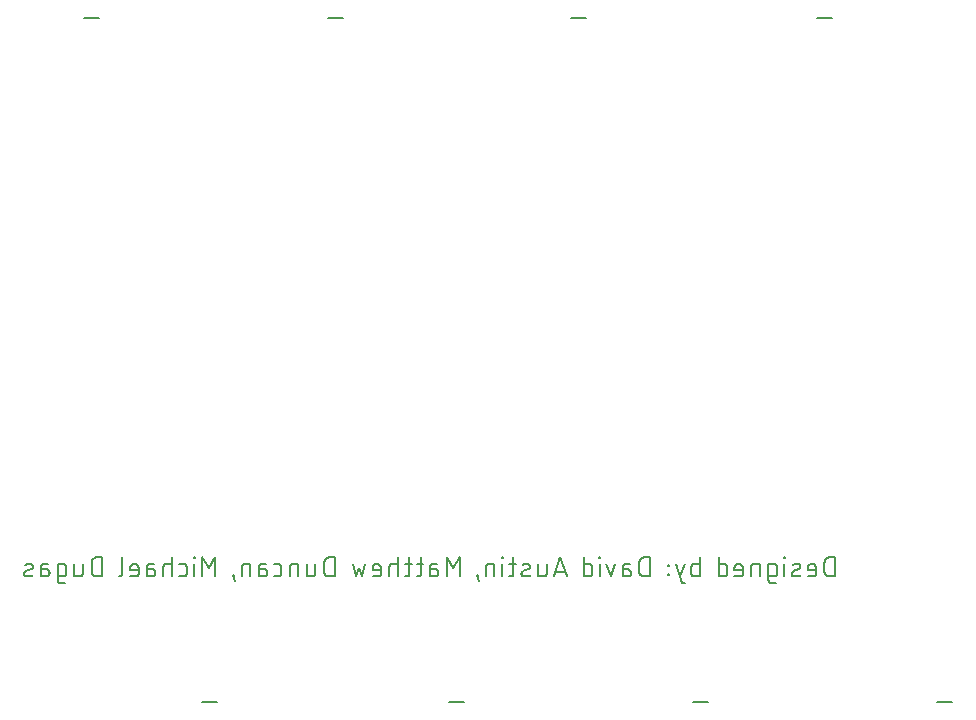
<source format=gbo>
G04 EAGLE Gerber X2 export*
%TF.Part,Single*%
%TF.FileFunction,Other,Bottom Silkscreen*%
%TF.FilePolarity,Positive*%
%TF.GenerationSoftware,Autodesk,EAGLE,8.7.1*%
%TF.CreationDate,2018-03-29T20:03:01Z*%
G75*
%MOMM*%
%FSLAX34Y34*%
%LPD*%
%AMOC8*
5,1,8,0,0,1.08239X$1,22.5*%
G01*
%ADD10C,0.152400*%
%ADD11C,0.203200*%


D10*
X805688Y197612D02*
X805688Y213868D01*
X801172Y213868D01*
X801041Y213866D01*
X800909Y213860D01*
X800778Y213851D01*
X800648Y213837D01*
X800517Y213820D01*
X800388Y213799D01*
X800259Y213775D01*
X800131Y213746D01*
X800003Y213714D01*
X799877Y213678D01*
X799752Y213639D01*
X799627Y213596D01*
X799505Y213549D01*
X799383Y213499D01*
X799263Y213445D01*
X799145Y213388D01*
X799029Y213327D01*
X798914Y213263D01*
X798801Y213196D01*
X798690Y213125D01*
X798582Y213051D01*
X798475Y212974D01*
X798371Y212894D01*
X798269Y212811D01*
X798170Y212726D01*
X798073Y212637D01*
X797979Y212545D01*
X797887Y212451D01*
X797798Y212354D01*
X797713Y212255D01*
X797630Y212153D01*
X797550Y212049D01*
X797473Y211942D01*
X797399Y211834D01*
X797328Y211723D01*
X797261Y211610D01*
X797197Y211495D01*
X797136Y211379D01*
X797079Y211261D01*
X797025Y211141D01*
X796975Y211019D01*
X796928Y210897D01*
X796885Y210772D01*
X796846Y210647D01*
X796810Y210521D01*
X796778Y210393D01*
X796749Y210265D01*
X796725Y210136D01*
X796704Y210007D01*
X796687Y209876D01*
X796673Y209746D01*
X796664Y209615D01*
X796658Y209483D01*
X796656Y209352D01*
X796657Y209352D02*
X796657Y202128D01*
X796656Y202128D02*
X796658Y201997D01*
X796664Y201865D01*
X796673Y201734D01*
X796687Y201604D01*
X796704Y201473D01*
X796725Y201344D01*
X796749Y201215D01*
X796778Y201087D01*
X796810Y200959D01*
X796846Y200833D01*
X796885Y200708D01*
X796928Y200583D01*
X796975Y200461D01*
X797025Y200339D01*
X797079Y200219D01*
X797136Y200101D01*
X797197Y199985D01*
X797261Y199870D01*
X797328Y199757D01*
X797399Y199646D01*
X797473Y199538D01*
X797550Y199431D01*
X797630Y199327D01*
X797713Y199225D01*
X797798Y199126D01*
X797887Y199029D01*
X797979Y198935D01*
X798073Y198843D01*
X798170Y198754D01*
X798269Y198669D01*
X798371Y198586D01*
X798475Y198506D01*
X798582Y198429D01*
X798690Y198355D01*
X798801Y198284D01*
X798914Y198217D01*
X799029Y198153D01*
X799145Y198092D01*
X799263Y198035D01*
X799383Y197981D01*
X799505Y197931D01*
X799627Y197884D01*
X799752Y197841D01*
X799877Y197802D01*
X800003Y197766D01*
X800131Y197734D01*
X800259Y197705D01*
X800388Y197681D01*
X800517Y197660D01*
X800648Y197643D01*
X800778Y197629D01*
X800909Y197620D01*
X801041Y197614D01*
X801172Y197612D01*
X805688Y197612D01*
X786965Y197612D02*
X782450Y197612D01*
X786965Y197612D02*
X787066Y197614D01*
X787167Y197620D01*
X787268Y197629D01*
X787369Y197642D01*
X787469Y197659D01*
X787568Y197680D01*
X787666Y197704D01*
X787763Y197732D01*
X787860Y197764D01*
X787955Y197799D01*
X788048Y197838D01*
X788140Y197880D01*
X788231Y197926D01*
X788320Y197975D01*
X788406Y198027D01*
X788491Y198083D01*
X788574Y198141D01*
X788654Y198203D01*
X788732Y198268D01*
X788808Y198335D01*
X788881Y198405D01*
X788951Y198478D01*
X789018Y198554D01*
X789083Y198632D01*
X789145Y198712D01*
X789203Y198795D01*
X789259Y198880D01*
X789311Y198966D01*
X789360Y199055D01*
X789406Y199146D01*
X789448Y199238D01*
X789487Y199331D01*
X789522Y199426D01*
X789554Y199523D01*
X789582Y199620D01*
X789606Y199718D01*
X789627Y199817D01*
X789644Y199917D01*
X789657Y200018D01*
X789666Y200119D01*
X789672Y200220D01*
X789674Y200321D01*
X789675Y200321D02*
X789675Y204837D01*
X789674Y204837D02*
X789672Y204956D01*
X789666Y205076D01*
X789656Y205195D01*
X789642Y205313D01*
X789625Y205432D01*
X789603Y205549D01*
X789578Y205666D01*
X789548Y205781D01*
X789515Y205896D01*
X789478Y206010D01*
X789438Y206122D01*
X789393Y206233D01*
X789345Y206342D01*
X789294Y206450D01*
X789239Y206556D01*
X789180Y206660D01*
X789118Y206762D01*
X789053Y206862D01*
X788984Y206960D01*
X788912Y207056D01*
X788837Y207149D01*
X788760Y207239D01*
X788679Y207327D01*
X788595Y207412D01*
X788508Y207494D01*
X788419Y207574D01*
X788327Y207650D01*
X788233Y207724D01*
X788136Y207794D01*
X788038Y207861D01*
X787937Y207925D01*
X787833Y207985D01*
X787728Y208042D01*
X787621Y208095D01*
X787513Y208145D01*
X787403Y208191D01*
X787291Y208233D01*
X787178Y208272D01*
X787064Y208307D01*
X786949Y208338D01*
X786832Y208366D01*
X786715Y208389D01*
X786598Y208409D01*
X786479Y208425D01*
X786360Y208437D01*
X786241Y208445D01*
X786122Y208449D01*
X786002Y208449D01*
X785883Y208445D01*
X785764Y208437D01*
X785645Y208425D01*
X785526Y208409D01*
X785409Y208389D01*
X785292Y208366D01*
X785175Y208338D01*
X785060Y208307D01*
X784946Y208272D01*
X784833Y208233D01*
X784721Y208191D01*
X784611Y208145D01*
X784503Y208095D01*
X784396Y208042D01*
X784291Y207985D01*
X784187Y207925D01*
X784086Y207861D01*
X783988Y207794D01*
X783891Y207724D01*
X783797Y207650D01*
X783705Y207574D01*
X783616Y207494D01*
X783529Y207412D01*
X783445Y207327D01*
X783364Y207239D01*
X783287Y207149D01*
X783212Y207056D01*
X783140Y206960D01*
X783071Y206862D01*
X783006Y206762D01*
X782944Y206660D01*
X782885Y206556D01*
X782830Y206450D01*
X782779Y206342D01*
X782731Y206233D01*
X782686Y206122D01*
X782646Y206010D01*
X782609Y205896D01*
X782576Y205781D01*
X782546Y205666D01*
X782521Y205549D01*
X782499Y205432D01*
X782482Y205313D01*
X782468Y205195D01*
X782458Y205076D01*
X782452Y204956D01*
X782450Y204837D01*
X782450Y203031D01*
X789675Y203031D01*
X774773Y203934D02*
X770257Y202128D01*
X774773Y203934D02*
X774861Y203971D01*
X774947Y204012D01*
X775032Y204056D01*
X775115Y204104D01*
X775195Y204155D01*
X775274Y204209D01*
X775350Y204267D01*
X775424Y204327D01*
X775496Y204391D01*
X775564Y204457D01*
X775630Y204527D01*
X775693Y204598D01*
X775754Y204673D01*
X775811Y204749D01*
X775864Y204828D01*
X775915Y204909D01*
X775962Y204992D01*
X776006Y205077D01*
X776046Y205164D01*
X776083Y205252D01*
X776116Y205342D01*
X776146Y205433D01*
X776171Y205525D01*
X776193Y205618D01*
X776211Y205712D01*
X776226Y205806D01*
X776236Y205901D01*
X776242Y205997D01*
X776245Y206092D01*
X776244Y206188D01*
X776238Y206283D01*
X776229Y206379D01*
X776216Y206473D01*
X776200Y206567D01*
X776179Y206661D01*
X776154Y206753D01*
X776126Y206844D01*
X776094Y206934D01*
X776059Y207023D01*
X776020Y207110D01*
X775977Y207196D01*
X775931Y207280D01*
X775881Y207361D01*
X775829Y207441D01*
X775773Y207519D01*
X775713Y207594D01*
X775651Y207666D01*
X775586Y207736D01*
X775518Y207804D01*
X775448Y207868D01*
X775375Y207930D01*
X775299Y207988D01*
X775221Y208044D01*
X775141Y208096D01*
X775059Y208145D01*
X774975Y208190D01*
X774889Y208232D01*
X774802Y208271D01*
X774713Y208306D01*
X774622Y208337D01*
X774531Y208364D01*
X774438Y208388D01*
X774345Y208408D01*
X774251Y208424D01*
X774156Y208436D01*
X774061Y208445D01*
X773965Y208449D01*
X773870Y208450D01*
X773623Y208443D01*
X773377Y208431D01*
X773131Y208413D01*
X772885Y208388D01*
X772641Y208358D01*
X772397Y208322D01*
X772154Y208281D01*
X771912Y208233D01*
X771671Y208179D01*
X771432Y208120D01*
X771194Y208055D01*
X770958Y207984D01*
X770723Y207908D01*
X770490Y207826D01*
X770260Y207738D01*
X770032Y207645D01*
X769805Y207547D01*
X770257Y202127D02*
X770169Y202090D01*
X770083Y202049D01*
X769998Y202005D01*
X769915Y201957D01*
X769835Y201906D01*
X769756Y201852D01*
X769680Y201794D01*
X769606Y201734D01*
X769534Y201670D01*
X769466Y201604D01*
X769400Y201534D01*
X769337Y201463D01*
X769276Y201388D01*
X769219Y201312D01*
X769166Y201233D01*
X769115Y201152D01*
X769068Y201069D01*
X769024Y200984D01*
X768984Y200897D01*
X768947Y200809D01*
X768914Y200719D01*
X768884Y200628D01*
X768859Y200536D01*
X768837Y200443D01*
X768819Y200349D01*
X768804Y200255D01*
X768794Y200160D01*
X768788Y200064D01*
X768785Y199969D01*
X768786Y199873D01*
X768792Y199778D01*
X768801Y199682D01*
X768814Y199588D01*
X768830Y199494D01*
X768851Y199400D01*
X768876Y199308D01*
X768904Y199217D01*
X768936Y199127D01*
X768971Y199038D01*
X769010Y198951D01*
X769053Y198865D01*
X769099Y198781D01*
X769149Y198700D01*
X769201Y198620D01*
X769257Y198542D01*
X769317Y198467D01*
X769379Y198395D01*
X769444Y198325D01*
X769512Y198257D01*
X769582Y198193D01*
X769655Y198131D01*
X769731Y198073D01*
X769809Y198017D01*
X769889Y197965D01*
X769971Y197916D01*
X770055Y197871D01*
X770141Y197829D01*
X770228Y197790D01*
X770317Y197755D01*
X770408Y197724D01*
X770499Y197697D01*
X770592Y197673D01*
X770685Y197653D01*
X770779Y197637D01*
X770874Y197625D01*
X770969Y197616D01*
X771065Y197612D01*
X771160Y197611D01*
X771161Y197612D02*
X771523Y197621D01*
X771885Y197639D01*
X772246Y197666D01*
X772606Y197701D01*
X772966Y197744D01*
X773325Y197796D01*
X773682Y197857D01*
X774037Y197926D01*
X774391Y198003D01*
X774743Y198089D01*
X775093Y198183D01*
X775441Y198286D01*
X775786Y198396D01*
X776128Y198515D01*
X762615Y197612D02*
X762615Y208449D01*
X763067Y212965D02*
X763067Y213868D01*
X762164Y213868D01*
X762164Y212965D01*
X763067Y212965D01*
X753692Y197612D02*
X749177Y197612D01*
X753692Y197612D02*
X753793Y197614D01*
X753894Y197620D01*
X753995Y197629D01*
X754096Y197642D01*
X754196Y197659D01*
X754295Y197680D01*
X754393Y197704D01*
X754490Y197732D01*
X754587Y197764D01*
X754682Y197799D01*
X754775Y197838D01*
X754867Y197880D01*
X754958Y197926D01*
X755047Y197975D01*
X755133Y198027D01*
X755218Y198083D01*
X755301Y198141D01*
X755381Y198203D01*
X755459Y198268D01*
X755535Y198335D01*
X755608Y198405D01*
X755678Y198478D01*
X755745Y198554D01*
X755810Y198632D01*
X755872Y198712D01*
X755930Y198795D01*
X755986Y198880D01*
X756038Y198966D01*
X756087Y199055D01*
X756133Y199146D01*
X756175Y199238D01*
X756214Y199331D01*
X756249Y199426D01*
X756281Y199523D01*
X756309Y199620D01*
X756333Y199718D01*
X756354Y199817D01*
X756371Y199917D01*
X756384Y200018D01*
X756393Y200119D01*
X756399Y200220D01*
X756401Y200321D01*
X756401Y205740D01*
X756399Y205841D01*
X756393Y205942D01*
X756384Y206043D01*
X756371Y206144D01*
X756354Y206244D01*
X756333Y206343D01*
X756309Y206441D01*
X756281Y206538D01*
X756249Y206635D01*
X756214Y206730D01*
X756175Y206823D01*
X756133Y206915D01*
X756087Y207006D01*
X756038Y207095D01*
X755986Y207181D01*
X755930Y207266D01*
X755872Y207349D01*
X755810Y207429D01*
X755745Y207507D01*
X755678Y207583D01*
X755608Y207656D01*
X755535Y207726D01*
X755459Y207793D01*
X755381Y207858D01*
X755301Y207920D01*
X755218Y207978D01*
X755133Y208034D01*
X755047Y208086D01*
X754958Y208135D01*
X754867Y208181D01*
X754775Y208223D01*
X754682Y208262D01*
X754587Y208297D01*
X754490Y208329D01*
X754393Y208357D01*
X754295Y208381D01*
X754196Y208402D01*
X754096Y208419D01*
X753995Y208432D01*
X753894Y208441D01*
X753793Y208447D01*
X753692Y208449D01*
X749177Y208449D01*
X749177Y194903D01*
X749179Y194802D01*
X749185Y194701D01*
X749194Y194600D01*
X749207Y194499D01*
X749224Y194399D01*
X749245Y194300D01*
X749269Y194202D01*
X749297Y194105D01*
X749329Y194008D01*
X749364Y193913D01*
X749403Y193820D01*
X749445Y193728D01*
X749491Y193637D01*
X749540Y193549D01*
X749592Y193462D01*
X749648Y193377D01*
X749706Y193294D01*
X749768Y193214D01*
X749833Y193136D01*
X749900Y193060D01*
X749970Y192987D01*
X750043Y192917D01*
X750119Y192850D01*
X750197Y192785D01*
X750277Y192723D01*
X750360Y192665D01*
X750445Y192609D01*
X750532Y192557D01*
X750620Y192508D01*
X750711Y192462D01*
X750803Y192420D01*
X750896Y192381D01*
X750991Y192346D01*
X751088Y192314D01*
X751185Y192286D01*
X751283Y192262D01*
X751382Y192241D01*
X751482Y192224D01*
X751583Y192211D01*
X751684Y192202D01*
X751785Y192196D01*
X751886Y192194D01*
X751886Y192193D02*
X755498Y192193D01*
X741739Y197612D02*
X741739Y208449D01*
X737223Y208449D01*
X737119Y208447D01*
X737016Y208441D01*
X736912Y208431D01*
X736809Y208417D01*
X736707Y208399D01*
X736606Y208378D01*
X736505Y208352D01*
X736406Y208323D01*
X736307Y208290D01*
X736210Y208253D01*
X736115Y208212D01*
X736021Y208168D01*
X735929Y208120D01*
X735839Y208069D01*
X735750Y208014D01*
X735664Y207956D01*
X735581Y207894D01*
X735499Y207830D01*
X735421Y207762D01*
X735345Y207692D01*
X735271Y207619D01*
X735201Y207542D01*
X735133Y207464D01*
X735069Y207382D01*
X735007Y207299D01*
X734949Y207213D01*
X734894Y207124D01*
X734843Y207034D01*
X734795Y206942D01*
X734751Y206848D01*
X734710Y206753D01*
X734673Y206656D01*
X734640Y206557D01*
X734611Y206458D01*
X734585Y206357D01*
X734564Y206256D01*
X734546Y206154D01*
X734532Y206051D01*
X734522Y205947D01*
X734516Y205844D01*
X734514Y205740D01*
X734514Y197612D01*
X724962Y197612D02*
X720446Y197612D01*
X724962Y197612D02*
X725063Y197614D01*
X725164Y197620D01*
X725265Y197629D01*
X725366Y197642D01*
X725466Y197659D01*
X725565Y197680D01*
X725663Y197704D01*
X725760Y197732D01*
X725857Y197764D01*
X725952Y197799D01*
X726045Y197838D01*
X726137Y197880D01*
X726228Y197926D01*
X726317Y197975D01*
X726403Y198027D01*
X726488Y198083D01*
X726571Y198141D01*
X726651Y198203D01*
X726729Y198268D01*
X726805Y198335D01*
X726878Y198405D01*
X726948Y198478D01*
X727015Y198554D01*
X727080Y198632D01*
X727142Y198712D01*
X727200Y198795D01*
X727256Y198880D01*
X727308Y198966D01*
X727357Y199055D01*
X727403Y199146D01*
X727445Y199238D01*
X727484Y199331D01*
X727519Y199426D01*
X727551Y199523D01*
X727579Y199620D01*
X727603Y199718D01*
X727624Y199817D01*
X727641Y199917D01*
X727654Y200018D01*
X727663Y200119D01*
X727669Y200220D01*
X727671Y200321D01*
X727671Y204837D01*
X727670Y204837D02*
X727668Y204956D01*
X727662Y205076D01*
X727652Y205195D01*
X727638Y205313D01*
X727621Y205432D01*
X727599Y205549D01*
X727574Y205666D01*
X727544Y205781D01*
X727511Y205896D01*
X727474Y206010D01*
X727434Y206122D01*
X727389Y206233D01*
X727341Y206342D01*
X727290Y206450D01*
X727235Y206556D01*
X727176Y206660D01*
X727114Y206762D01*
X727049Y206862D01*
X726980Y206960D01*
X726908Y207056D01*
X726833Y207149D01*
X726756Y207239D01*
X726675Y207327D01*
X726591Y207412D01*
X726504Y207494D01*
X726415Y207574D01*
X726323Y207650D01*
X726229Y207724D01*
X726132Y207794D01*
X726034Y207861D01*
X725933Y207925D01*
X725829Y207985D01*
X725724Y208042D01*
X725617Y208095D01*
X725509Y208145D01*
X725399Y208191D01*
X725287Y208233D01*
X725174Y208272D01*
X725060Y208307D01*
X724945Y208338D01*
X724828Y208366D01*
X724711Y208389D01*
X724594Y208409D01*
X724475Y208425D01*
X724356Y208437D01*
X724237Y208445D01*
X724118Y208449D01*
X723998Y208449D01*
X723879Y208445D01*
X723760Y208437D01*
X723641Y208425D01*
X723522Y208409D01*
X723405Y208389D01*
X723288Y208366D01*
X723171Y208338D01*
X723056Y208307D01*
X722942Y208272D01*
X722829Y208233D01*
X722717Y208191D01*
X722607Y208145D01*
X722499Y208095D01*
X722392Y208042D01*
X722287Y207985D01*
X722183Y207925D01*
X722082Y207861D01*
X721984Y207794D01*
X721887Y207724D01*
X721793Y207650D01*
X721701Y207574D01*
X721612Y207494D01*
X721525Y207412D01*
X721441Y207327D01*
X721360Y207239D01*
X721283Y207149D01*
X721208Y207056D01*
X721136Y206960D01*
X721067Y206862D01*
X721002Y206762D01*
X720940Y206660D01*
X720881Y206556D01*
X720826Y206450D01*
X720775Y206342D01*
X720727Y206233D01*
X720682Y206122D01*
X720642Y206010D01*
X720605Y205896D01*
X720572Y205781D01*
X720542Y205666D01*
X720517Y205549D01*
X720495Y205432D01*
X720478Y205313D01*
X720464Y205195D01*
X720454Y205076D01*
X720448Y204956D01*
X720446Y204837D01*
X720446Y203031D01*
X727671Y203031D01*
X706972Y197612D02*
X706972Y213868D01*
X706972Y197612D02*
X711488Y197612D01*
X711589Y197614D01*
X711690Y197620D01*
X711791Y197629D01*
X711892Y197642D01*
X711992Y197659D01*
X712091Y197680D01*
X712189Y197704D01*
X712286Y197732D01*
X712383Y197764D01*
X712478Y197799D01*
X712571Y197838D01*
X712663Y197880D01*
X712754Y197926D01*
X712843Y197975D01*
X712929Y198027D01*
X713014Y198083D01*
X713097Y198141D01*
X713177Y198203D01*
X713255Y198268D01*
X713331Y198335D01*
X713404Y198405D01*
X713474Y198478D01*
X713541Y198554D01*
X713606Y198632D01*
X713668Y198712D01*
X713726Y198795D01*
X713782Y198880D01*
X713834Y198966D01*
X713883Y199055D01*
X713929Y199146D01*
X713971Y199238D01*
X714010Y199331D01*
X714045Y199426D01*
X714077Y199523D01*
X714105Y199620D01*
X714129Y199718D01*
X714150Y199817D01*
X714167Y199917D01*
X714180Y200018D01*
X714189Y200119D01*
X714195Y200220D01*
X714197Y200321D01*
X714197Y205740D01*
X714195Y205841D01*
X714189Y205942D01*
X714180Y206043D01*
X714167Y206144D01*
X714150Y206244D01*
X714129Y206343D01*
X714105Y206441D01*
X714077Y206538D01*
X714045Y206635D01*
X714010Y206730D01*
X713971Y206823D01*
X713929Y206915D01*
X713883Y207006D01*
X713834Y207095D01*
X713782Y207181D01*
X713726Y207266D01*
X713668Y207349D01*
X713606Y207429D01*
X713541Y207507D01*
X713474Y207583D01*
X713404Y207656D01*
X713331Y207726D01*
X713255Y207793D01*
X713177Y207858D01*
X713097Y207920D01*
X713014Y207978D01*
X712929Y208034D01*
X712843Y208086D01*
X712754Y208135D01*
X712663Y208181D01*
X712571Y208223D01*
X712478Y208262D01*
X712383Y208297D01*
X712286Y208329D01*
X712189Y208357D01*
X712091Y208381D01*
X711992Y208402D01*
X711892Y208419D01*
X711791Y208432D01*
X711690Y208441D01*
X711589Y208447D01*
X711488Y208449D01*
X706972Y208449D01*
X691125Y213868D02*
X691125Y197612D01*
X686609Y197612D01*
X686505Y197614D01*
X686402Y197620D01*
X686298Y197630D01*
X686195Y197644D01*
X686093Y197662D01*
X685992Y197683D01*
X685891Y197709D01*
X685792Y197738D01*
X685693Y197771D01*
X685596Y197808D01*
X685501Y197849D01*
X685407Y197893D01*
X685315Y197941D01*
X685225Y197992D01*
X685136Y198047D01*
X685050Y198105D01*
X684967Y198167D01*
X684885Y198231D01*
X684807Y198299D01*
X684731Y198369D01*
X684657Y198442D01*
X684587Y198519D01*
X684519Y198597D01*
X684455Y198679D01*
X684393Y198762D01*
X684335Y198848D01*
X684280Y198937D01*
X684229Y199027D01*
X684181Y199119D01*
X684137Y199213D01*
X684096Y199308D01*
X684059Y199405D01*
X684026Y199504D01*
X683997Y199603D01*
X683971Y199704D01*
X683950Y199805D01*
X683932Y199907D01*
X683918Y200010D01*
X683908Y200114D01*
X683902Y200217D01*
X683900Y200321D01*
X683900Y205740D01*
X683902Y205841D01*
X683908Y205942D01*
X683917Y206043D01*
X683930Y206144D01*
X683947Y206244D01*
X683968Y206343D01*
X683992Y206441D01*
X684020Y206538D01*
X684052Y206635D01*
X684087Y206730D01*
X684126Y206823D01*
X684168Y206915D01*
X684214Y207006D01*
X684263Y207095D01*
X684315Y207181D01*
X684371Y207266D01*
X684429Y207349D01*
X684491Y207429D01*
X684556Y207507D01*
X684623Y207583D01*
X684693Y207656D01*
X684766Y207726D01*
X684842Y207793D01*
X684920Y207858D01*
X685000Y207920D01*
X685083Y207978D01*
X685168Y208034D01*
X685255Y208086D01*
X685343Y208135D01*
X685434Y208181D01*
X685526Y208223D01*
X685619Y208262D01*
X685714Y208297D01*
X685811Y208329D01*
X685908Y208357D01*
X686006Y208381D01*
X686105Y208402D01*
X686205Y208419D01*
X686306Y208432D01*
X686407Y208441D01*
X686508Y208447D01*
X686609Y208449D01*
X691125Y208449D01*
X678172Y192193D02*
X676366Y192193D01*
X670947Y208449D01*
X678172Y208449D02*
X674560Y197612D01*
X665111Y198967D02*
X665111Y199870D01*
X664208Y199870D01*
X664208Y198967D01*
X665111Y198967D01*
X665111Y206192D02*
X665111Y207095D01*
X664208Y207095D01*
X664208Y206192D01*
X665111Y206192D01*
X648855Y213868D02*
X648855Y197612D01*
X648855Y213868D02*
X644339Y213868D01*
X644208Y213866D01*
X644076Y213860D01*
X643945Y213851D01*
X643815Y213837D01*
X643684Y213820D01*
X643555Y213799D01*
X643426Y213775D01*
X643298Y213746D01*
X643170Y213714D01*
X643044Y213678D01*
X642919Y213639D01*
X642794Y213596D01*
X642672Y213549D01*
X642550Y213499D01*
X642430Y213445D01*
X642312Y213388D01*
X642196Y213327D01*
X642081Y213263D01*
X641968Y213196D01*
X641857Y213125D01*
X641749Y213051D01*
X641642Y212974D01*
X641538Y212894D01*
X641436Y212811D01*
X641337Y212726D01*
X641240Y212637D01*
X641146Y212545D01*
X641054Y212451D01*
X640965Y212354D01*
X640880Y212255D01*
X640797Y212153D01*
X640717Y212049D01*
X640640Y211942D01*
X640566Y211834D01*
X640495Y211723D01*
X640428Y211610D01*
X640364Y211495D01*
X640303Y211379D01*
X640246Y211261D01*
X640192Y211141D01*
X640142Y211019D01*
X640095Y210897D01*
X640052Y210772D01*
X640013Y210647D01*
X639977Y210521D01*
X639945Y210393D01*
X639916Y210265D01*
X639892Y210136D01*
X639871Y210007D01*
X639854Y209876D01*
X639840Y209746D01*
X639831Y209615D01*
X639825Y209483D01*
X639823Y209352D01*
X639824Y209352D02*
X639824Y202128D01*
X639823Y202128D02*
X639825Y201997D01*
X639831Y201865D01*
X639840Y201734D01*
X639854Y201604D01*
X639871Y201473D01*
X639892Y201344D01*
X639916Y201215D01*
X639945Y201087D01*
X639977Y200959D01*
X640013Y200833D01*
X640052Y200708D01*
X640095Y200583D01*
X640142Y200461D01*
X640192Y200339D01*
X640246Y200219D01*
X640303Y200101D01*
X640364Y199985D01*
X640428Y199870D01*
X640495Y199757D01*
X640566Y199646D01*
X640640Y199538D01*
X640717Y199431D01*
X640797Y199327D01*
X640880Y199225D01*
X640965Y199126D01*
X641054Y199029D01*
X641146Y198935D01*
X641240Y198843D01*
X641337Y198754D01*
X641436Y198669D01*
X641538Y198586D01*
X641642Y198506D01*
X641749Y198429D01*
X641857Y198355D01*
X641968Y198284D01*
X642081Y198217D01*
X642196Y198153D01*
X642312Y198092D01*
X642430Y198035D01*
X642550Y197981D01*
X642672Y197931D01*
X642794Y197884D01*
X642919Y197841D01*
X643044Y197802D01*
X643170Y197766D01*
X643298Y197734D01*
X643426Y197705D01*
X643555Y197681D01*
X643684Y197660D01*
X643815Y197643D01*
X643945Y197629D01*
X644076Y197620D01*
X644208Y197614D01*
X644339Y197612D01*
X648855Y197612D01*
X629754Y203934D02*
X625690Y203934D01*
X629754Y203934D02*
X629866Y203932D01*
X629977Y203926D01*
X630088Y203916D01*
X630199Y203903D01*
X630309Y203885D01*
X630418Y203863D01*
X630527Y203838D01*
X630635Y203809D01*
X630741Y203776D01*
X630847Y203739D01*
X630951Y203699D01*
X631053Y203655D01*
X631154Y203607D01*
X631253Y203556D01*
X631351Y203501D01*
X631446Y203443D01*
X631539Y203382D01*
X631630Y203317D01*
X631719Y203249D01*
X631805Y203178D01*
X631888Y203105D01*
X631969Y203028D01*
X632048Y202948D01*
X632123Y202866D01*
X632195Y202781D01*
X632265Y202694D01*
X632331Y202604D01*
X632394Y202512D01*
X632454Y202417D01*
X632510Y202321D01*
X632563Y202223D01*
X632612Y202123D01*
X632658Y202021D01*
X632700Y201918D01*
X632739Y201813D01*
X632774Y201707D01*
X632805Y201600D01*
X632832Y201492D01*
X632856Y201383D01*
X632875Y201273D01*
X632891Y201163D01*
X632903Y201052D01*
X632911Y200940D01*
X632915Y200829D01*
X632915Y200717D01*
X632911Y200606D01*
X632903Y200494D01*
X632891Y200383D01*
X632875Y200273D01*
X632856Y200163D01*
X632832Y200054D01*
X632805Y199946D01*
X632774Y199839D01*
X632739Y199733D01*
X632700Y199628D01*
X632658Y199525D01*
X632612Y199423D01*
X632563Y199323D01*
X632510Y199225D01*
X632454Y199129D01*
X632394Y199034D01*
X632331Y198942D01*
X632265Y198852D01*
X632195Y198765D01*
X632123Y198680D01*
X632048Y198598D01*
X631969Y198518D01*
X631888Y198441D01*
X631805Y198368D01*
X631719Y198297D01*
X631630Y198229D01*
X631539Y198164D01*
X631446Y198103D01*
X631351Y198045D01*
X631253Y197990D01*
X631154Y197939D01*
X631053Y197891D01*
X630951Y197847D01*
X630847Y197807D01*
X630741Y197770D01*
X630635Y197737D01*
X630527Y197708D01*
X630418Y197683D01*
X630309Y197661D01*
X630199Y197643D01*
X630088Y197630D01*
X629977Y197620D01*
X629866Y197614D01*
X629754Y197612D01*
X625690Y197612D01*
X625690Y205740D01*
X625692Y205841D01*
X625698Y205942D01*
X625707Y206043D01*
X625720Y206144D01*
X625737Y206244D01*
X625758Y206343D01*
X625782Y206441D01*
X625810Y206538D01*
X625842Y206635D01*
X625877Y206730D01*
X625916Y206823D01*
X625958Y206915D01*
X626004Y207006D01*
X626053Y207095D01*
X626105Y207181D01*
X626161Y207266D01*
X626219Y207349D01*
X626281Y207429D01*
X626346Y207507D01*
X626413Y207583D01*
X626483Y207656D01*
X626556Y207726D01*
X626632Y207793D01*
X626710Y207858D01*
X626790Y207920D01*
X626873Y207978D01*
X626958Y208034D01*
X627045Y208086D01*
X627133Y208135D01*
X627224Y208181D01*
X627316Y208223D01*
X627409Y208262D01*
X627504Y208297D01*
X627601Y208329D01*
X627698Y208357D01*
X627796Y208381D01*
X627895Y208402D01*
X627995Y208419D01*
X628096Y208432D01*
X628197Y208441D01*
X628298Y208447D01*
X628399Y208449D01*
X632012Y208449D01*
X619295Y208449D02*
X615682Y197612D01*
X612070Y208449D01*
X606303Y208449D02*
X606303Y197612D01*
X606755Y212965D02*
X606755Y213868D01*
X605852Y213868D01*
X605852Y212965D01*
X606755Y212965D01*
X592864Y213868D02*
X592864Y197612D01*
X597380Y197612D01*
X597481Y197614D01*
X597582Y197620D01*
X597683Y197629D01*
X597784Y197642D01*
X597884Y197659D01*
X597983Y197680D01*
X598081Y197704D01*
X598178Y197732D01*
X598275Y197764D01*
X598370Y197799D01*
X598463Y197838D01*
X598555Y197880D01*
X598646Y197926D01*
X598735Y197975D01*
X598821Y198027D01*
X598906Y198083D01*
X598989Y198141D01*
X599069Y198203D01*
X599147Y198268D01*
X599223Y198335D01*
X599296Y198405D01*
X599366Y198478D01*
X599433Y198554D01*
X599498Y198632D01*
X599560Y198712D01*
X599618Y198795D01*
X599674Y198880D01*
X599726Y198966D01*
X599775Y199055D01*
X599821Y199146D01*
X599863Y199238D01*
X599902Y199331D01*
X599937Y199426D01*
X599969Y199523D01*
X599997Y199620D01*
X600021Y199718D01*
X600042Y199817D01*
X600059Y199917D01*
X600072Y200018D01*
X600081Y200119D01*
X600087Y200220D01*
X600089Y200321D01*
X600089Y205740D01*
X600087Y205841D01*
X600081Y205942D01*
X600072Y206043D01*
X600059Y206144D01*
X600042Y206244D01*
X600021Y206343D01*
X599997Y206441D01*
X599969Y206538D01*
X599937Y206635D01*
X599902Y206730D01*
X599863Y206823D01*
X599821Y206915D01*
X599775Y207006D01*
X599726Y207095D01*
X599674Y207181D01*
X599618Y207266D01*
X599560Y207349D01*
X599498Y207429D01*
X599433Y207507D01*
X599366Y207583D01*
X599296Y207656D01*
X599223Y207726D01*
X599147Y207793D01*
X599069Y207858D01*
X598989Y207920D01*
X598906Y207978D01*
X598821Y208034D01*
X598735Y208086D01*
X598646Y208135D01*
X598555Y208181D01*
X598463Y208223D01*
X598370Y208262D01*
X598275Y208297D01*
X598178Y208329D01*
X598081Y208357D01*
X597983Y208381D01*
X597884Y208402D01*
X597784Y208419D01*
X597683Y208432D01*
X597582Y208441D01*
X597481Y208447D01*
X597380Y208449D01*
X592864Y208449D01*
X578375Y197612D02*
X572957Y213868D01*
X567538Y197612D01*
X568893Y201676D02*
X577021Y201676D01*
X561459Y200321D02*
X561459Y208449D01*
X561459Y200321D02*
X561457Y200220D01*
X561451Y200119D01*
X561442Y200018D01*
X561429Y199917D01*
X561412Y199817D01*
X561391Y199718D01*
X561367Y199620D01*
X561339Y199523D01*
X561307Y199426D01*
X561272Y199331D01*
X561233Y199238D01*
X561191Y199146D01*
X561145Y199055D01*
X561096Y198966D01*
X561044Y198880D01*
X560988Y198795D01*
X560930Y198712D01*
X560868Y198632D01*
X560803Y198554D01*
X560736Y198478D01*
X560666Y198405D01*
X560593Y198335D01*
X560517Y198268D01*
X560439Y198203D01*
X560359Y198141D01*
X560276Y198083D01*
X560191Y198027D01*
X560105Y197975D01*
X560016Y197926D01*
X559925Y197880D01*
X559833Y197838D01*
X559740Y197799D01*
X559645Y197764D01*
X559548Y197732D01*
X559451Y197704D01*
X559353Y197680D01*
X559254Y197659D01*
X559154Y197642D01*
X559053Y197629D01*
X558952Y197620D01*
X558851Y197614D01*
X558750Y197612D01*
X554234Y197612D01*
X554234Y208449D01*
X546036Y203934D02*
X541521Y202128D01*
X546037Y203934D02*
X546125Y203971D01*
X546211Y204012D01*
X546296Y204056D01*
X546379Y204104D01*
X546459Y204155D01*
X546538Y204209D01*
X546614Y204267D01*
X546688Y204327D01*
X546760Y204391D01*
X546828Y204457D01*
X546894Y204527D01*
X546957Y204598D01*
X547018Y204673D01*
X547075Y204749D01*
X547128Y204828D01*
X547179Y204909D01*
X547226Y204992D01*
X547270Y205077D01*
X547310Y205164D01*
X547347Y205252D01*
X547380Y205342D01*
X547410Y205433D01*
X547435Y205525D01*
X547457Y205618D01*
X547475Y205712D01*
X547490Y205806D01*
X547500Y205901D01*
X547506Y205997D01*
X547509Y206092D01*
X547508Y206188D01*
X547502Y206283D01*
X547493Y206379D01*
X547480Y206473D01*
X547464Y206567D01*
X547443Y206661D01*
X547418Y206753D01*
X547390Y206844D01*
X547358Y206934D01*
X547323Y207023D01*
X547284Y207110D01*
X547241Y207196D01*
X547195Y207280D01*
X547145Y207361D01*
X547093Y207441D01*
X547037Y207519D01*
X546977Y207594D01*
X546915Y207666D01*
X546850Y207736D01*
X546782Y207804D01*
X546712Y207868D01*
X546639Y207930D01*
X546563Y207988D01*
X546485Y208044D01*
X546405Y208096D01*
X546323Y208145D01*
X546239Y208190D01*
X546153Y208232D01*
X546066Y208271D01*
X545977Y208306D01*
X545886Y208337D01*
X545795Y208364D01*
X545702Y208388D01*
X545609Y208408D01*
X545515Y208424D01*
X545420Y208436D01*
X545325Y208445D01*
X545229Y208449D01*
X545134Y208450D01*
X544887Y208443D01*
X544641Y208431D01*
X544395Y208413D01*
X544149Y208388D01*
X543905Y208358D01*
X543661Y208322D01*
X543418Y208281D01*
X543176Y208233D01*
X542935Y208179D01*
X542696Y208120D01*
X542458Y208055D01*
X542222Y207984D01*
X541987Y207908D01*
X541754Y207826D01*
X541524Y207738D01*
X541296Y207645D01*
X541069Y207547D01*
X541520Y202127D02*
X541432Y202090D01*
X541346Y202049D01*
X541261Y202005D01*
X541178Y201957D01*
X541098Y201906D01*
X541019Y201852D01*
X540943Y201794D01*
X540869Y201734D01*
X540797Y201670D01*
X540729Y201604D01*
X540663Y201534D01*
X540600Y201463D01*
X540539Y201388D01*
X540482Y201312D01*
X540429Y201233D01*
X540378Y201152D01*
X540331Y201069D01*
X540287Y200984D01*
X540247Y200897D01*
X540210Y200809D01*
X540177Y200719D01*
X540147Y200628D01*
X540122Y200536D01*
X540100Y200443D01*
X540082Y200349D01*
X540067Y200255D01*
X540057Y200160D01*
X540051Y200064D01*
X540048Y199969D01*
X540049Y199873D01*
X540055Y199778D01*
X540064Y199682D01*
X540077Y199588D01*
X540093Y199494D01*
X540114Y199400D01*
X540139Y199308D01*
X540167Y199217D01*
X540199Y199127D01*
X540234Y199038D01*
X540273Y198951D01*
X540316Y198865D01*
X540362Y198781D01*
X540412Y198700D01*
X540464Y198620D01*
X540520Y198542D01*
X540580Y198467D01*
X540642Y198395D01*
X540707Y198325D01*
X540775Y198257D01*
X540845Y198193D01*
X540918Y198131D01*
X540994Y198073D01*
X541072Y198017D01*
X541152Y197965D01*
X541234Y197916D01*
X541318Y197871D01*
X541404Y197829D01*
X541491Y197790D01*
X541580Y197755D01*
X541671Y197724D01*
X541762Y197697D01*
X541855Y197673D01*
X541948Y197653D01*
X542042Y197637D01*
X542137Y197625D01*
X542232Y197616D01*
X542328Y197612D01*
X542423Y197611D01*
X542424Y197612D02*
X542786Y197621D01*
X543148Y197639D01*
X543509Y197666D01*
X543869Y197701D01*
X544229Y197744D01*
X544588Y197796D01*
X544945Y197857D01*
X545300Y197926D01*
X545654Y198003D01*
X546006Y198089D01*
X546356Y198183D01*
X546704Y198286D01*
X547049Y198396D01*
X547391Y198515D01*
X535141Y208449D02*
X529723Y208449D01*
X533335Y213868D02*
X533335Y200321D01*
X533333Y200220D01*
X533327Y200119D01*
X533318Y200018D01*
X533305Y199917D01*
X533288Y199817D01*
X533267Y199718D01*
X533243Y199620D01*
X533215Y199523D01*
X533183Y199426D01*
X533148Y199331D01*
X533109Y199238D01*
X533067Y199146D01*
X533021Y199055D01*
X532972Y198966D01*
X532920Y198880D01*
X532864Y198795D01*
X532806Y198712D01*
X532744Y198632D01*
X532679Y198554D01*
X532612Y198478D01*
X532542Y198405D01*
X532469Y198335D01*
X532393Y198268D01*
X532315Y198203D01*
X532235Y198141D01*
X532152Y198083D01*
X532067Y198027D01*
X531981Y197975D01*
X531892Y197926D01*
X531801Y197880D01*
X531709Y197838D01*
X531616Y197799D01*
X531521Y197764D01*
X531424Y197732D01*
X531327Y197704D01*
X531229Y197680D01*
X531130Y197659D01*
X531030Y197642D01*
X530929Y197629D01*
X530828Y197620D01*
X530727Y197614D01*
X530626Y197612D01*
X529723Y197612D01*
X523979Y197612D02*
X523979Y208449D01*
X524431Y212965D02*
X524431Y213868D01*
X523527Y213868D01*
X523527Y212965D01*
X524431Y212965D01*
X517171Y208449D02*
X517171Y197612D01*
X517171Y208449D02*
X512655Y208449D01*
X512551Y208447D01*
X512448Y208441D01*
X512344Y208431D01*
X512241Y208417D01*
X512139Y208399D01*
X512038Y208378D01*
X511937Y208352D01*
X511838Y208323D01*
X511739Y208290D01*
X511642Y208253D01*
X511547Y208212D01*
X511453Y208168D01*
X511361Y208120D01*
X511271Y208069D01*
X511182Y208014D01*
X511096Y207956D01*
X511013Y207894D01*
X510931Y207830D01*
X510853Y207762D01*
X510777Y207692D01*
X510703Y207619D01*
X510633Y207542D01*
X510565Y207464D01*
X510501Y207382D01*
X510439Y207299D01*
X510381Y207213D01*
X510326Y207124D01*
X510275Y207034D01*
X510227Y206942D01*
X510183Y206848D01*
X510142Y206753D01*
X510105Y206656D01*
X510072Y206557D01*
X510043Y206458D01*
X510017Y206357D01*
X509996Y206256D01*
X509978Y206154D01*
X509964Y206051D01*
X509954Y205947D01*
X509948Y205844D01*
X509946Y205740D01*
X509946Y197612D01*
X503642Y197612D02*
X502739Y197612D01*
X503642Y197612D02*
X503642Y198515D01*
X502739Y198515D01*
X502739Y197612D01*
X504094Y194000D01*
X487714Y197612D02*
X487714Y213868D01*
X482296Y204837D01*
X476877Y213868D01*
X476877Y197612D01*
X466668Y203934D02*
X462604Y203934D01*
X466668Y203934D02*
X466780Y203932D01*
X466891Y203926D01*
X467002Y203916D01*
X467113Y203903D01*
X467223Y203885D01*
X467332Y203863D01*
X467441Y203838D01*
X467549Y203809D01*
X467655Y203776D01*
X467761Y203739D01*
X467865Y203699D01*
X467967Y203655D01*
X468068Y203607D01*
X468167Y203556D01*
X468265Y203501D01*
X468360Y203443D01*
X468453Y203382D01*
X468544Y203317D01*
X468633Y203249D01*
X468719Y203178D01*
X468802Y203105D01*
X468883Y203028D01*
X468962Y202948D01*
X469037Y202866D01*
X469109Y202781D01*
X469179Y202694D01*
X469245Y202604D01*
X469308Y202512D01*
X469368Y202417D01*
X469424Y202321D01*
X469477Y202223D01*
X469526Y202123D01*
X469572Y202021D01*
X469614Y201918D01*
X469653Y201813D01*
X469688Y201707D01*
X469719Y201600D01*
X469746Y201492D01*
X469770Y201383D01*
X469789Y201273D01*
X469805Y201163D01*
X469817Y201052D01*
X469825Y200940D01*
X469829Y200829D01*
X469829Y200717D01*
X469825Y200606D01*
X469817Y200494D01*
X469805Y200383D01*
X469789Y200273D01*
X469770Y200163D01*
X469746Y200054D01*
X469719Y199946D01*
X469688Y199839D01*
X469653Y199733D01*
X469614Y199628D01*
X469572Y199525D01*
X469526Y199423D01*
X469477Y199323D01*
X469424Y199225D01*
X469368Y199129D01*
X469308Y199034D01*
X469245Y198942D01*
X469179Y198852D01*
X469109Y198765D01*
X469037Y198680D01*
X468962Y198598D01*
X468883Y198518D01*
X468802Y198441D01*
X468719Y198368D01*
X468633Y198297D01*
X468544Y198229D01*
X468453Y198164D01*
X468360Y198103D01*
X468265Y198045D01*
X468167Y197990D01*
X468068Y197939D01*
X467967Y197891D01*
X467865Y197847D01*
X467761Y197807D01*
X467655Y197770D01*
X467549Y197737D01*
X467441Y197708D01*
X467332Y197683D01*
X467223Y197661D01*
X467113Y197643D01*
X467002Y197630D01*
X466891Y197620D01*
X466780Y197614D01*
X466668Y197612D01*
X462604Y197612D01*
X462604Y205740D01*
X462605Y205740D02*
X462607Y205841D01*
X462613Y205942D01*
X462622Y206043D01*
X462635Y206144D01*
X462652Y206244D01*
X462673Y206343D01*
X462697Y206441D01*
X462725Y206538D01*
X462757Y206635D01*
X462792Y206730D01*
X462831Y206823D01*
X462873Y206915D01*
X462919Y207006D01*
X462968Y207095D01*
X463020Y207181D01*
X463076Y207266D01*
X463134Y207349D01*
X463196Y207429D01*
X463261Y207507D01*
X463328Y207583D01*
X463398Y207656D01*
X463471Y207726D01*
X463547Y207793D01*
X463625Y207858D01*
X463705Y207920D01*
X463788Y207978D01*
X463873Y208034D01*
X463960Y208086D01*
X464048Y208135D01*
X464139Y208181D01*
X464231Y208223D01*
X464324Y208262D01*
X464419Y208297D01*
X464516Y208329D01*
X464613Y208357D01*
X464711Y208381D01*
X464810Y208402D01*
X464910Y208419D01*
X465011Y208432D01*
X465112Y208441D01*
X465213Y208447D01*
X465314Y208449D01*
X468926Y208449D01*
X456985Y208449D02*
X451566Y208449D01*
X455179Y213868D02*
X455179Y200321D01*
X455177Y200220D01*
X455171Y200119D01*
X455162Y200018D01*
X455149Y199917D01*
X455132Y199817D01*
X455111Y199718D01*
X455087Y199620D01*
X455059Y199523D01*
X455027Y199426D01*
X454992Y199331D01*
X454953Y199238D01*
X454911Y199146D01*
X454865Y199055D01*
X454816Y198966D01*
X454764Y198880D01*
X454708Y198795D01*
X454650Y198712D01*
X454588Y198632D01*
X454523Y198554D01*
X454456Y198478D01*
X454386Y198405D01*
X454313Y198335D01*
X454237Y198268D01*
X454159Y198203D01*
X454079Y198141D01*
X453996Y198083D01*
X453911Y198027D01*
X453825Y197975D01*
X453736Y197926D01*
X453645Y197880D01*
X453553Y197838D01*
X453460Y197799D01*
X453365Y197764D01*
X453268Y197732D01*
X453171Y197704D01*
X453073Y197680D01*
X452974Y197659D01*
X452874Y197642D01*
X452773Y197629D01*
X452672Y197620D01*
X452571Y197614D01*
X452470Y197612D01*
X451566Y197612D01*
X447085Y208449D02*
X441667Y208449D01*
X445279Y213868D02*
X445279Y200321D01*
X445277Y200220D01*
X445271Y200119D01*
X445262Y200018D01*
X445249Y199917D01*
X445232Y199817D01*
X445211Y199718D01*
X445187Y199620D01*
X445159Y199523D01*
X445127Y199426D01*
X445092Y199331D01*
X445053Y199238D01*
X445011Y199146D01*
X444965Y199055D01*
X444916Y198966D01*
X444864Y198880D01*
X444808Y198795D01*
X444750Y198712D01*
X444688Y198632D01*
X444623Y198554D01*
X444556Y198478D01*
X444486Y198405D01*
X444413Y198335D01*
X444337Y198268D01*
X444259Y198203D01*
X444179Y198141D01*
X444096Y198083D01*
X444011Y198027D01*
X443925Y197975D01*
X443836Y197926D01*
X443745Y197880D01*
X443653Y197838D01*
X443560Y197799D01*
X443465Y197764D01*
X443368Y197732D01*
X443271Y197704D01*
X443173Y197680D01*
X443074Y197659D01*
X442974Y197642D01*
X442873Y197629D01*
X442772Y197620D01*
X442671Y197614D01*
X442570Y197612D01*
X441667Y197612D01*
X435367Y197612D02*
X435367Y213868D01*
X435367Y208449D02*
X430852Y208449D01*
X430748Y208447D01*
X430645Y208441D01*
X430541Y208431D01*
X430438Y208417D01*
X430336Y208399D01*
X430235Y208378D01*
X430134Y208352D01*
X430035Y208323D01*
X429936Y208290D01*
X429839Y208253D01*
X429744Y208212D01*
X429650Y208168D01*
X429558Y208120D01*
X429468Y208069D01*
X429379Y208014D01*
X429293Y207956D01*
X429210Y207894D01*
X429128Y207830D01*
X429050Y207762D01*
X428974Y207692D01*
X428900Y207619D01*
X428830Y207542D01*
X428762Y207464D01*
X428698Y207382D01*
X428636Y207299D01*
X428578Y207213D01*
X428523Y207124D01*
X428472Y207034D01*
X428424Y206942D01*
X428380Y206848D01*
X428339Y206753D01*
X428302Y206656D01*
X428269Y206557D01*
X428240Y206458D01*
X428214Y206357D01*
X428193Y206256D01*
X428175Y206154D01*
X428161Y206051D01*
X428151Y205947D01*
X428145Y205844D01*
X428143Y205740D01*
X428142Y205740D02*
X428142Y197612D01*
X418590Y197612D02*
X414074Y197612D01*
X418590Y197612D02*
X418691Y197614D01*
X418792Y197620D01*
X418893Y197629D01*
X418994Y197642D01*
X419094Y197659D01*
X419193Y197680D01*
X419291Y197704D01*
X419388Y197732D01*
X419485Y197764D01*
X419580Y197799D01*
X419673Y197838D01*
X419765Y197880D01*
X419856Y197926D01*
X419945Y197975D01*
X420031Y198027D01*
X420116Y198083D01*
X420199Y198141D01*
X420279Y198203D01*
X420357Y198268D01*
X420433Y198335D01*
X420506Y198405D01*
X420576Y198478D01*
X420643Y198554D01*
X420708Y198632D01*
X420770Y198712D01*
X420828Y198795D01*
X420884Y198880D01*
X420936Y198966D01*
X420985Y199055D01*
X421031Y199146D01*
X421073Y199238D01*
X421112Y199331D01*
X421147Y199426D01*
X421179Y199523D01*
X421207Y199620D01*
X421231Y199718D01*
X421252Y199817D01*
X421269Y199917D01*
X421282Y200018D01*
X421291Y200119D01*
X421297Y200220D01*
X421299Y200321D01*
X421299Y204837D01*
X421297Y204956D01*
X421291Y205076D01*
X421281Y205195D01*
X421267Y205313D01*
X421250Y205432D01*
X421228Y205549D01*
X421203Y205666D01*
X421173Y205781D01*
X421140Y205896D01*
X421103Y206010D01*
X421063Y206122D01*
X421018Y206233D01*
X420970Y206342D01*
X420919Y206450D01*
X420864Y206556D01*
X420805Y206660D01*
X420743Y206762D01*
X420678Y206862D01*
X420609Y206960D01*
X420537Y207056D01*
X420462Y207149D01*
X420385Y207239D01*
X420304Y207327D01*
X420220Y207412D01*
X420133Y207494D01*
X420044Y207574D01*
X419952Y207650D01*
X419858Y207724D01*
X419761Y207794D01*
X419663Y207861D01*
X419562Y207925D01*
X419458Y207985D01*
X419353Y208042D01*
X419246Y208095D01*
X419138Y208145D01*
X419028Y208191D01*
X418916Y208233D01*
X418803Y208272D01*
X418689Y208307D01*
X418574Y208338D01*
X418457Y208366D01*
X418340Y208389D01*
X418223Y208409D01*
X418104Y208425D01*
X417985Y208437D01*
X417866Y208445D01*
X417747Y208449D01*
X417627Y208449D01*
X417508Y208445D01*
X417389Y208437D01*
X417270Y208425D01*
X417151Y208409D01*
X417034Y208389D01*
X416917Y208366D01*
X416800Y208338D01*
X416685Y208307D01*
X416571Y208272D01*
X416458Y208233D01*
X416346Y208191D01*
X416236Y208145D01*
X416128Y208095D01*
X416021Y208042D01*
X415916Y207985D01*
X415812Y207925D01*
X415711Y207861D01*
X415613Y207794D01*
X415516Y207724D01*
X415422Y207650D01*
X415330Y207574D01*
X415241Y207494D01*
X415154Y207412D01*
X415070Y207327D01*
X414989Y207239D01*
X414912Y207149D01*
X414837Y207056D01*
X414765Y206960D01*
X414696Y206862D01*
X414631Y206762D01*
X414569Y206660D01*
X414510Y206556D01*
X414455Y206450D01*
X414404Y206342D01*
X414356Y206233D01*
X414311Y206122D01*
X414271Y206010D01*
X414234Y205896D01*
X414201Y205781D01*
X414171Y205666D01*
X414146Y205549D01*
X414124Y205432D01*
X414107Y205313D01*
X414093Y205195D01*
X414083Y205076D01*
X414077Y204956D01*
X414075Y204837D01*
X414074Y204837D02*
X414074Y203031D01*
X421299Y203031D01*
X407995Y208449D02*
X405286Y197612D01*
X402577Y204837D01*
X399867Y197612D01*
X397158Y208449D01*
X382082Y213868D02*
X382082Y197612D01*
X382082Y213868D02*
X377567Y213868D01*
X377436Y213866D01*
X377304Y213860D01*
X377173Y213851D01*
X377043Y213837D01*
X376912Y213820D01*
X376783Y213799D01*
X376654Y213775D01*
X376526Y213746D01*
X376398Y213714D01*
X376272Y213678D01*
X376147Y213639D01*
X376022Y213596D01*
X375900Y213549D01*
X375778Y213499D01*
X375658Y213445D01*
X375540Y213388D01*
X375424Y213327D01*
X375309Y213263D01*
X375196Y213196D01*
X375085Y213125D01*
X374977Y213051D01*
X374870Y212974D01*
X374766Y212894D01*
X374664Y212811D01*
X374565Y212726D01*
X374468Y212637D01*
X374374Y212545D01*
X374282Y212451D01*
X374193Y212354D01*
X374108Y212255D01*
X374025Y212153D01*
X373945Y212049D01*
X373868Y211942D01*
X373794Y211834D01*
X373723Y211723D01*
X373656Y211610D01*
X373592Y211495D01*
X373531Y211379D01*
X373474Y211261D01*
X373420Y211141D01*
X373370Y211019D01*
X373323Y210897D01*
X373280Y210772D01*
X373241Y210647D01*
X373205Y210521D01*
X373173Y210393D01*
X373144Y210265D01*
X373120Y210136D01*
X373099Y210007D01*
X373082Y209876D01*
X373068Y209746D01*
X373059Y209615D01*
X373053Y209483D01*
X373051Y209352D01*
X373051Y202128D01*
X373053Y201997D01*
X373059Y201865D01*
X373068Y201734D01*
X373082Y201604D01*
X373099Y201473D01*
X373120Y201344D01*
X373144Y201215D01*
X373173Y201087D01*
X373205Y200959D01*
X373241Y200833D01*
X373280Y200708D01*
X373323Y200583D01*
X373370Y200461D01*
X373420Y200339D01*
X373474Y200219D01*
X373531Y200101D01*
X373592Y199985D01*
X373656Y199870D01*
X373723Y199757D01*
X373794Y199646D01*
X373868Y199538D01*
X373945Y199431D01*
X374025Y199327D01*
X374108Y199225D01*
X374193Y199126D01*
X374282Y199029D01*
X374374Y198935D01*
X374468Y198843D01*
X374565Y198754D01*
X374664Y198669D01*
X374766Y198586D01*
X374870Y198506D01*
X374977Y198429D01*
X375085Y198355D01*
X375196Y198284D01*
X375309Y198217D01*
X375424Y198153D01*
X375540Y198092D01*
X375658Y198035D01*
X375778Y197981D01*
X375900Y197931D01*
X376022Y197884D01*
X376147Y197841D01*
X376272Y197802D01*
X376398Y197766D01*
X376526Y197734D01*
X376654Y197705D01*
X376783Y197681D01*
X376912Y197660D01*
X377043Y197643D01*
X377173Y197629D01*
X377304Y197620D01*
X377436Y197614D01*
X377567Y197612D01*
X382082Y197612D01*
X365548Y200321D02*
X365548Y208449D01*
X365548Y200321D02*
X365546Y200220D01*
X365540Y200119D01*
X365531Y200018D01*
X365518Y199917D01*
X365501Y199817D01*
X365480Y199718D01*
X365456Y199620D01*
X365428Y199523D01*
X365396Y199426D01*
X365361Y199331D01*
X365322Y199238D01*
X365280Y199146D01*
X365234Y199055D01*
X365185Y198966D01*
X365133Y198880D01*
X365077Y198795D01*
X365019Y198712D01*
X364957Y198632D01*
X364892Y198554D01*
X364825Y198478D01*
X364755Y198405D01*
X364682Y198335D01*
X364606Y198268D01*
X364528Y198203D01*
X364448Y198141D01*
X364365Y198083D01*
X364280Y198027D01*
X364194Y197975D01*
X364105Y197926D01*
X364014Y197880D01*
X363922Y197838D01*
X363829Y197799D01*
X363734Y197764D01*
X363637Y197732D01*
X363540Y197704D01*
X363442Y197680D01*
X363343Y197659D01*
X363243Y197642D01*
X363142Y197629D01*
X363041Y197620D01*
X362940Y197614D01*
X362839Y197612D01*
X358323Y197612D01*
X358323Y208449D01*
X350959Y208449D02*
X350959Y197612D01*
X350959Y208449D02*
X346443Y208449D01*
X346339Y208447D01*
X346236Y208441D01*
X346132Y208431D01*
X346029Y208417D01*
X345927Y208399D01*
X345826Y208378D01*
X345725Y208352D01*
X345626Y208323D01*
X345527Y208290D01*
X345430Y208253D01*
X345335Y208212D01*
X345241Y208168D01*
X345149Y208120D01*
X345059Y208069D01*
X344970Y208014D01*
X344884Y207956D01*
X344801Y207894D01*
X344719Y207830D01*
X344641Y207762D01*
X344565Y207692D01*
X344491Y207619D01*
X344421Y207542D01*
X344353Y207464D01*
X344289Y207382D01*
X344227Y207299D01*
X344169Y207213D01*
X344114Y207124D01*
X344063Y207034D01*
X344015Y206942D01*
X343971Y206848D01*
X343930Y206753D01*
X343893Y206656D01*
X343860Y206557D01*
X343831Y206458D01*
X343805Y206357D01*
X343784Y206256D01*
X343766Y206154D01*
X343752Y206051D01*
X343742Y205947D01*
X343736Y205844D01*
X343734Y205740D01*
X343734Y197612D01*
X334164Y197612D02*
X330551Y197612D01*
X334164Y197612D02*
X334265Y197614D01*
X334366Y197620D01*
X334467Y197629D01*
X334568Y197642D01*
X334668Y197659D01*
X334767Y197680D01*
X334865Y197704D01*
X334962Y197732D01*
X335059Y197764D01*
X335154Y197799D01*
X335247Y197838D01*
X335339Y197880D01*
X335430Y197926D01*
X335519Y197975D01*
X335605Y198027D01*
X335690Y198083D01*
X335773Y198141D01*
X335853Y198203D01*
X335931Y198268D01*
X336007Y198335D01*
X336080Y198405D01*
X336150Y198478D01*
X336217Y198554D01*
X336282Y198632D01*
X336344Y198712D01*
X336402Y198795D01*
X336458Y198880D01*
X336510Y198966D01*
X336559Y199055D01*
X336605Y199146D01*
X336647Y199238D01*
X336686Y199331D01*
X336721Y199426D01*
X336753Y199523D01*
X336781Y199620D01*
X336805Y199718D01*
X336826Y199817D01*
X336843Y199917D01*
X336856Y200018D01*
X336865Y200119D01*
X336871Y200220D01*
X336873Y200321D01*
X336873Y205740D01*
X336871Y205841D01*
X336865Y205942D01*
X336856Y206043D01*
X336843Y206144D01*
X336826Y206244D01*
X336805Y206343D01*
X336781Y206441D01*
X336753Y206538D01*
X336721Y206635D01*
X336686Y206730D01*
X336647Y206823D01*
X336605Y206915D01*
X336559Y207006D01*
X336510Y207095D01*
X336458Y207181D01*
X336402Y207266D01*
X336344Y207349D01*
X336282Y207429D01*
X336217Y207507D01*
X336150Y207583D01*
X336080Y207656D01*
X336007Y207726D01*
X335931Y207793D01*
X335853Y207858D01*
X335773Y207920D01*
X335690Y207978D01*
X335605Y208034D01*
X335519Y208086D01*
X335430Y208135D01*
X335339Y208181D01*
X335247Y208223D01*
X335154Y208262D01*
X335059Y208297D01*
X334962Y208329D01*
X334865Y208357D01*
X334767Y208381D01*
X334668Y208402D01*
X334568Y208419D01*
X334467Y208432D01*
X334366Y208441D01*
X334265Y208447D01*
X334164Y208449D01*
X330551Y208449D01*
X321819Y203934D02*
X317755Y203934D01*
X321819Y203934D02*
X321931Y203932D01*
X322042Y203926D01*
X322153Y203916D01*
X322264Y203903D01*
X322374Y203885D01*
X322483Y203863D01*
X322592Y203838D01*
X322700Y203809D01*
X322806Y203776D01*
X322912Y203739D01*
X323016Y203699D01*
X323118Y203655D01*
X323219Y203607D01*
X323318Y203556D01*
X323416Y203501D01*
X323511Y203443D01*
X323604Y203382D01*
X323695Y203317D01*
X323784Y203249D01*
X323870Y203178D01*
X323953Y203105D01*
X324034Y203028D01*
X324113Y202948D01*
X324188Y202866D01*
X324260Y202781D01*
X324330Y202694D01*
X324396Y202604D01*
X324459Y202512D01*
X324519Y202417D01*
X324575Y202321D01*
X324628Y202223D01*
X324677Y202123D01*
X324723Y202021D01*
X324765Y201918D01*
X324804Y201813D01*
X324839Y201707D01*
X324870Y201600D01*
X324897Y201492D01*
X324921Y201383D01*
X324940Y201273D01*
X324956Y201163D01*
X324968Y201052D01*
X324976Y200940D01*
X324980Y200829D01*
X324980Y200717D01*
X324976Y200606D01*
X324968Y200494D01*
X324956Y200383D01*
X324940Y200273D01*
X324921Y200163D01*
X324897Y200054D01*
X324870Y199946D01*
X324839Y199839D01*
X324804Y199733D01*
X324765Y199628D01*
X324723Y199525D01*
X324677Y199423D01*
X324628Y199323D01*
X324575Y199225D01*
X324519Y199129D01*
X324459Y199034D01*
X324396Y198942D01*
X324330Y198852D01*
X324260Y198765D01*
X324188Y198680D01*
X324113Y198598D01*
X324034Y198518D01*
X323953Y198441D01*
X323870Y198368D01*
X323784Y198297D01*
X323695Y198229D01*
X323604Y198164D01*
X323511Y198103D01*
X323416Y198045D01*
X323318Y197990D01*
X323219Y197939D01*
X323118Y197891D01*
X323016Y197847D01*
X322912Y197807D01*
X322806Y197770D01*
X322700Y197737D01*
X322592Y197708D01*
X322483Y197683D01*
X322374Y197661D01*
X322264Y197643D01*
X322153Y197630D01*
X322042Y197620D01*
X321931Y197614D01*
X321819Y197612D01*
X317755Y197612D01*
X317755Y205740D01*
X317757Y205841D01*
X317763Y205942D01*
X317772Y206043D01*
X317785Y206144D01*
X317802Y206244D01*
X317823Y206343D01*
X317847Y206441D01*
X317875Y206538D01*
X317907Y206635D01*
X317942Y206730D01*
X317981Y206823D01*
X318023Y206915D01*
X318069Y207006D01*
X318118Y207095D01*
X318170Y207181D01*
X318226Y207266D01*
X318284Y207349D01*
X318346Y207429D01*
X318411Y207507D01*
X318478Y207583D01*
X318548Y207656D01*
X318621Y207726D01*
X318697Y207793D01*
X318775Y207858D01*
X318855Y207920D01*
X318938Y207978D01*
X319023Y208034D01*
X319110Y208086D01*
X319198Y208135D01*
X319289Y208181D01*
X319381Y208223D01*
X319474Y208262D01*
X319569Y208297D01*
X319666Y208329D01*
X319763Y208357D01*
X319861Y208381D01*
X319960Y208402D01*
X320060Y208419D01*
X320161Y208432D01*
X320262Y208441D01*
X320363Y208447D01*
X320464Y208449D01*
X324077Y208449D01*
X310318Y208449D02*
X310318Y197612D01*
X310318Y208449D02*
X305802Y208449D01*
X305698Y208447D01*
X305595Y208441D01*
X305491Y208431D01*
X305388Y208417D01*
X305286Y208399D01*
X305185Y208378D01*
X305084Y208352D01*
X304985Y208323D01*
X304886Y208290D01*
X304789Y208253D01*
X304694Y208212D01*
X304600Y208168D01*
X304508Y208120D01*
X304418Y208069D01*
X304329Y208014D01*
X304243Y207956D01*
X304160Y207894D01*
X304078Y207830D01*
X304000Y207762D01*
X303924Y207692D01*
X303850Y207619D01*
X303780Y207542D01*
X303712Y207464D01*
X303648Y207382D01*
X303586Y207299D01*
X303528Y207213D01*
X303473Y207124D01*
X303422Y207034D01*
X303374Y206942D01*
X303330Y206848D01*
X303289Y206753D01*
X303252Y206656D01*
X303219Y206557D01*
X303190Y206458D01*
X303164Y206357D01*
X303143Y206256D01*
X303125Y206154D01*
X303111Y206051D01*
X303101Y205947D01*
X303095Y205844D01*
X303093Y205740D01*
X303093Y197612D01*
X296789Y197612D02*
X295886Y197612D01*
X296789Y197612D02*
X296789Y198515D01*
X295886Y198515D01*
X295886Y197612D01*
X297241Y194000D01*
X280861Y197612D02*
X280861Y213868D01*
X275443Y204837D01*
X270024Y213868D01*
X270024Y197612D01*
X262938Y197612D02*
X262938Y208449D01*
X263389Y212965D02*
X263389Y213868D01*
X262486Y213868D01*
X262486Y212965D01*
X263389Y212965D01*
X253923Y197612D02*
X250311Y197612D01*
X253923Y197612D02*
X254024Y197614D01*
X254125Y197620D01*
X254226Y197629D01*
X254327Y197642D01*
X254427Y197659D01*
X254526Y197680D01*
X254624Y197704D01*
X254721Y197732D01*
X254818Y197764D01*
X254913Y197799D01*
X255006Y197838D01*
X255098Y197880D01*
X255189Y197926D01*
X255278Y197975D01*
X255364Y198027D01*
X255449Y198083D01*
X255532Y198141D01*
X255612Y198203D01*
X255690Y198268D01*
X255766Y198335D01*
X255839Y198405D01*
X255909Y198478D01*
X255976Y198554D01*
X256041Y198632D01*
X256103Y198712D01*
X256161Y198795D01*
X256217Y198880D01*
X256269Y198966D01*
X256318Y199055D01*
X256364Y199146D01*
X256406Y199238D01*
X256445Y199331D01*
X256480Y199426D01*
X256512Y199523D01*
X256540Y199620D01*
X256564Y199718D01*
X256585Y199817D01*
X256602Y199917D01*
X256615Y200018D01*
X256624Y200119D01*
X256630Y200220D01*
X256632Y200321D01*
X256633Y200321D02*
X256633Y205740D01*
X256632Y205740D02*
X256630Y205841D01*
X256624Y205942D01*
X256615Y206043D01*
X256602Y206144D01*
X256585Y206244D01*
X256564Y206343D01*
X256540Y206441D01*
X256512Y206538D01*
X256480Y206635D01*
X256445Y206730D01*
X256406Y206823D01*
X256364Y206915D01*
X256318Y207006D01*
X256269Y207095D01*
X256217Y207181D01*
X256161Y207266D01*
X256103Y207349D01*
X256041Y207429D01*
X255976Y207507D01*
X255909Y207583D01*
X255839Y207656D01*
X255766Y207726D01*
X255690Y207793D01*
X255612Y207858D01*
X255532Y207920D01*
X255449Y207978D01*
X255364Y208034D01*
X255278Y208086D01*
X255189Y208135D01*
X255098Y208181D01*
X255006Y208223D01*
X254913Y208262D01*
X254818Y208297D01*
X254721Y208329D01*
X254624Y208357D01*
X254526Y208381D01*
X254427Y208402D01*
X254327Y208419D01*
X254226Y208432D01*
X254125Y208441D01*
X254024Y208447D01*
X253923Y208449D01*
X250311Y208449D01*
X244145Y213868D02*
X244145Y197612D01*
X244145Y208449D02*
X239630Y208449D01*
X239526Y208447D01*
X239423Y208441D01*
X239319Y208431D01*
X239216Y208417D01*
X239114Y208399D01*
X239013Y208378D01*
X238912Y208352D01*
X238813Y208323D01*
X238714Y208290D01*
X238617Y208253D01*
X238522Y208212D01*
X238428Y208168D01*
X238336Y208120D01*
X238246Y208069D01*
X238157Y208014D01*
X238071Y207956D01*
X237988Y207894D01*
X237906Y207830D01*
X237828Y207762D01*
X237752Y207692D01*
X237678Y207619D01*
X237608Y207542D01*
X237540Y207464D01*
X237476Y207382D01*
X237414Y207299D01*
X237356Y207213D01*
X237301Y207124D01*
X237250Y207034D01*
X237202Y206942D01*
X237158Y206848D01*
X237117Y206753D01*
X237080Y206656D01*
X237047Y206557D01*
X237018Y206458D01*
X236992Y206357D01*
X236971Y206256D01*
X236953Y206154D01*
X236939Y206051D01*
X236929Y205947D01*
X236923Y205844D01*
X236921Y205740D01*
X236920Y205740D02*
X236920Y197612D01*
X226990Y203934D02*
X222926Y203934D01*
X226990Y203934D02*
X227102Y203932D01*
X227213Y203926D01*
X227324Y203916D01*
X227435Y203903D01*
X227545Y203885D01*
X227654Y203863D01*
X227763Y203838D01*
X227871Y203809D01*
X227977Y203776D01*
X228083Y203739D01*
X228187Y203699D01*
X228289Y203655D01*
X228390Y203607D01*
X228489Y203556D01*
X228587Y203501D01*
X228682Y203443D01*
X228775Y203382D01*
X228866Y203317D01*
X228955Y203249D01*
X229041Y203178D01*
X229124Y203105D01*
X229205Y203028D01*
X229284Y202948D01*
X229359Y202866D01*
X229431Y202781D01*
X229501Y202694D01*
X229567Y202604D01*
X229630Y202512D01*
X229690Y202417D01*
X229746Y202321D01*
X229799Y202223D01*
X229848Y202123D01*
X229894Y202021D01*
X229936Y201918D01*
X229975Y201813D01*
X230010Y201707D01*
X230041Y201600D01*
X230068Y201492D01*
X230092Y201383D01*
X230111Y201273D01*
X230127Y201163D01*
X230139Y201052D01*
X230147Y200940D01*
X230151Y200829D01*
X230151Y200717D01*
X230147Y200606D01*
X230139Y200494D01*
X230127Y200383D01*
X230111Y200273D01*
X230092Y200163D01*
X230068Y200054D01*
X230041Y199946D01*
X230010Y199839D01*
X229975Y199733D01*
X229936Y199628D01*
X229894Y199525D01*
X229848Y199423D01*
X229799Y199323D01*
X229746Y199225D01*
X229690Y199129D01*
X229630Y199034D01*
X229567Y198942D01*
X229501Y198852D01*
X229431Y198765D01*
X229359Y198680D01*
X229284Y198598D01*
X229205Y198518D01*
X229124Y198441D01*
X229041Y198368D01*
X228955Y198297D01*
X228866Y198229D01*
X228775Y198164D01*
X228682Y198103D01*
X228587Y198045D01*
X228489Y197990D01*
X228390Y197939D01*
X228289Y197891D01*
X228187Y197847D01*
X228083Y197807D01*
X227977Y197770D01*
X227871Y197737D01*
X227763Y197708D01*
X227654Y197683D01*
X227545Y197661D01*
X227435Y197643D01*
X227324Y197630D01*
X227213Y197620D01*
X227102Y197614D01*
X226990Y197612D01*
X222926Y197612D01*
X222926Y205740D01*
X222928Y205841D01*
X222934Y205942D01*
X222943Y206043D01*
X222956Y206144D01*
X222973Y206244D01*
X222994Y206343D01*
X223018Y206441D01*
X223046Y206538D01*
X223078Y206635D01*
X223113Y206730D01*
X223152Y206823D01*
X223194Y206915D01*
X223240Y207006D01*
X223289Y207095D01*
X223341Y207181D01*
X223397Y207266D01*
X223455Y207349D01*
X223517Y207429D01*
X223582Y207507D01*
X223649Y207583D01*
X223719Y207656D01*
X223792Y207726D01*
X223868Y207793D01*
X223946Y207858D01*
X224026Y207920D01*
X224109Y207978D01*
X224194Y208034D01*
X224281Y208086D01*
X224369Y208135D01*
X224460Y208181D01*
X224552Y208223D01*
X224645Y208262D01*
X224740Y208297D01*
X224837Y208329D01*
X224934Y208357D01*
X225032Y208381D01*
X225131Y208402D01*
X225231Y208419D01*
X225332Y208432D01*
X225433Y208441D01*
X225534Y208447D01*
X225635Y208449D01*
X229247Y208449D01*
X213300Y197612D02*
X208784Y197612D01*
X213300Y197612D02*
X213401Y197614D01*
X213502Y197620D01*
X213603Y197629D01*
X213704Y197642D01*
X213804Y197659D01*
X213903Y197680D01*
X214001Y197704D01*
X214098Y197732D01*
X214195Y197764D01*
X214290Y197799D01*
X214383Y197838D01*
X214475Y197880D01*
X214566Y197926D01*
X214655Y197975D01*
X214741Y198027D01*
X214826Y198083D01*
X214909Y198141D01*
X214989Y198203D01*
X215067Y198268D01*
X215143Y198335D01*
X215216Y198405D01*
X215286Y198478D01*
X215353Y198554D01*
X215418Y198632D01*
X215480Y198712D01*
X215538Y198795D01*
X215594Y198880D01*
X215646Y198966D01*
X215695Y199055D01*
X215741Y199146D01*
X215783Y199238D01*
X215822Y199331D01*
X215857Y199426D01*
X215889Y199523D01*
X215917Y199620D01*
X215941Y199718D01*
X215962Y199817D01*
X215979Y199917D01*
X215992Y200018D01*
X216001Y200119D01*
X216007Y200220D01*
X216009Y200321D01*
X216009Y204837D01*
X216007Y204956D01*
X216001Y205076D01*
X215991Y205195D01*
X215977Y205313D01*
X215960Y205432D01*
X215938Y205549D01*
X215913Y205666D01*
X215883Y205781D01*
X215850Y205896D01*
X215813Y206010D01*
X215773Y206122D01*
X215728Y206233D01*
X215680Y206342D01*
X215629Y206450D01*
X215574Y206556D01*
X215515Y206660D01*
X215453Y206762D01*
X215388Y206862D01*
X215319Y206960D01*
X215247Y207056D01*
X215172Y207149D01*
X215095Y207239D01*
X215014Y207327D01*
X214930Y207412D01*
X214843Y207494D01*
X214754Y207574D01*
X214662Y207650D01*
X214568Y207724D01*
X214471Y207794D01*
X214373Y207861D01*
X214272Y207925D01*
X214168Y207985D01*
X214063Y208042D01*
X213956Y208095D01*
X213848Y208145D01*
X213738Y208191D01*
X213626Y208233D01*
X213513Y208272D01*
X213399Y208307D01*
X213284Y208338D01*
X213167Y208366D01*
X213050Y208389D01*
X212933Y208409D01*
X212814Y208425D01*
X212695Y208437D01*
X212576Y208445D01*
X212457Y208449D01*
X212337Y208449D01*
X212218Y208445D01*
X212099Y208437D01*
X211980Y208425D01*
X211861Y208409D01*
X211744Y208389D01*
X211627Y208366D01*
X211510Y208338D01*
X211395Y208307D01*
X211281Y208272D01*
X211168Y208233D01*
X211056Y208191D01*
X210946Y208145D01*
X210838Y208095D01*
X210731Y208042D01*
X210626Y207985D01*
X210522Y207925D01*
X210421Y207861D01*
X210323Y207794D01*
X210226Y207724D01*
X210132Y207650D01*
X210040Y207574D01*
X209951Y207494D01*
X209864Y207412D01*
X209780Y207327D01*
X209699Y207239D01*
X209622Y207149D01*
X209547Y207056D01*
X209475Y206960D01*
X209406Y206862D01*
X209341Y206762D01*
X209279Y206660D01*
X209220Y206556D01*
X209165Y206450D01*
X209114Y206342D01*
X209066Y206233D01*
X209021Y206122D01*
X208981Y206010D01*
X208944Y205896D01*
X208911Y205781D01*
X208881Y205666D01*
X208856Y205549D01*
X208834Y205432D01*
X208817Y205313D01*
X208803Y205195D01*
X208793Y205076D01*
X208787Y204956D01*
X208785Y204837D01*
X208784Y204837D02*
X208784Y203031D01*
X216009Y203031D01*
X202225Y200321D02*
X202225Y213868D01*
X202225Y200321D02*
X202223Y200220D01*
X202217Y200119D01*
X202208Y200018D01*
X202195Y199917D01*
X202178Y199817D01*
X202157Y199718D01*
X202133Y199620D01*
X202105Y199523D01*
X202073Y199426D01*
X202038Y199331D01*
X201999Y199238D01*
X201957Y199146D01*
X201911Y199055D01*
X201862Y198966D01*
X201810Y198880D01*
X201754Y198795D01*
X201696Y198712D01*
X201634Y198632D01*
X201569Y198554D01*
X201502Y198478D01*
X201432Y198405D01*
X201359Y198335D01*
X201283Y198268D01*
X201205Y198203D01*
X201125Y198141D01*
X201042Y198083D01*
X200957Y198027D01*
X200871Y197975D01*
X200782Y197926D01*
X200691Y197880D01*
X200599Y197838D01*
X200506Y197799D01*
X200411Y197764D01*
X200314Y197732D01*
X200217Y197704D01*
X200119Y197680D01*
X200020Y197659D01*
X199920Y197642D01*
X199819Y197629D01*
X199718Y197620D01*
X199617Y197614D01*
X199516Y197612D01*
X185129Y197612D02*
X185129Y213868D01*
X180613Y213868D01*
X180482Y213866D01*
X180350Y213860D01*
X180219Y213851D01*
X180089Y213837D01*
X179958Y213820D01*
X179829Y213799D01*
X179700Y213775D01*
X179572Y213746D01*
X179444Y213714D01*
X179318Y213678D01*
X179193Y213639D01*
X179068Y213596D01*
X178946Y213549D01*
X178824Y213499D01*
X178704Y213445D01*
X178586Y213388D01*
X178470Y213327D01*
X178355Y213263D01*
X178242Y213196D01*
X178131Y213125D01*
X178023Y213051D01*
X177916Y212974D01*
X177812Y212894D01*
X177710Y212811D01*
X177611Y212726D01*
X177514Y212637D01*
X177420Y212545D01*
X177328Y212451D01*
X177239Y212354D01*
X177154Y212255D01*
X177071Y212153D01*
X176991Y212049D01*
X176914Y211942D01*
X176840Y211834D01*
X176769Y211723D01*
X176702Y211610D01*
X176638Y211495D01*
X176577Y211379D01*
X176520Y211261D01*
X176466Y211141D01*
X176416Y211019D01*
X176369Y210897D01*
X176326Y210772D01*
X176287Y210647D01*
X176251Y210521D01*
X176219Y210393D01*
X176190Y210265D01*
X176166Y210136D01*
X176145Y210007D01*
X176128Y209876D01*
X176114Y209746D01*
X176105Y209615D01*
X176099Y209483D01*
X176097Y209352D01*
X176098Y209352D02*
X176098Y202128D01*
X176097Y202128D02*
X176099Y201997D01*
X176105Y201865D01*
X176114Y201734D01*
X176128Y201604D01*
X176145Y201473D01*
X176166Y201344D01*
X176190Y201215D01*
X176219Y201087D01*
X176251Y200959D01*
X176287Y200833D01*
X176326Y200708D01*
X176369Y200583D01*
X176416Y200461D01*
X176466Y200339D01*
X176520Y200219D01*
X176577Y200101D01*
X176638Y199985D01*
X176702Y199870D01*
X176769Y199757D01*
X176840Y199646D01*
X176914Y199538D01*
X176991Y199431D01*
X177071Y199327D01*
X177154Y199225D01*
X177239Y199126D01*
X177328Y199029D01*
X177420Y198935D01*
X177514Y198843D01*
X177611Y198754D01*
X177710Y198669D01*
X177812Y198586D01*
X177916Y198506D01*
X178023Y198429D01*
X178131Y198355D01*
X178242Y198284D01*
X178355Y198217D01*
X178470Y198153D01*
X178586Y198092D01*
X178704Y198035D01*
X178824Y197981D01*
X178946Y197931D01*
X179068Y197884D01*
X179193Y197841D01*
X179318Y197802D01*
X179444Y197766D01*
X179572Y197734D01*
X179700Y197705D01*
X179829Y197681D01*
X179958Y197660D01*
X180089Y197643D01*
X180219Y197629D01*
X180350Y197620D01*
X180482Y197614D01*
X180613Y197612D01*
X185129Y197612D01*
X168594Y200321D02*
X168594Y208449D01*
X168594Y200321D02*
X168592Y200220D01*
X168586Y200119D01*
X168577Y200018D01*
X168564Y199917D01*
X168547Y199817D01*
X168526Y199718D01*
X168502Y199620D01*
X168474Y199523D01*
X168442Y199426D01*
X168407Y199331D01*
X168368Y199238D01*
X168326Y199146D01*
X168280Y199055D01*
X168231Y198966D01*
X168179Y198880D01*
X168123Y198795D01*
X168065Y198712D01*
X168003Y198632D01*
X167938Y198554D01*
X167871Y198478D01*
X167801Y198405D01*
X167728Y198335D01*
X167652Y198268D01*
X167574Y198203D01*
X167494Y198141D01*
X167411Y198083D01*
X167326Y198027D01*
X167240Y197975D01*
X167151Y197926D01*
X167060Y197880D01*
X166968Y197838D01*
X166875Y197799D01*
X166780Y197764D01*
X166683Y197732D01*
X166586Y197704D01*
X166488Y197680D01*
X166389Y197659D01*
X166289Y197642D01*
X166188Y197629D01*
X166087Y197620D01*
X165986Y197614D01*
X165885Y197612D01*
X161370Y197612D01*
X161370Y208449D01*
X151890Y197612D02*
X147375Y197612D01*
X151890Y197612D02*
X151991Y197614D01*
X152092Y197620D01*
X152193Y197629D01*
X152294Y197642D01*
X152394Y197659D01*
X152493Y197680D01*
X152591Y197704D01*
X152688Y197732D01*
X152785Y197764D01*
X152880Y197799D01*
X152973Y197838D01*
X153065Y197880D01*
X153156Y197926D01*
X153245Y197975D01*
X153331Y198027D01*
X153416Y198083D01*
X153499Y198141D01*
X153579Y198203D01*
X153657Y198268D01*
X153733Y198335D01*
X153806Y198405D01*
X153876Y198478D01*
X153943Y198554D01*
X154008Y198632D01*
X154070Y198712D01*
X154128Y198795D01*
X154184Y198880D01*
X154236Y198966D01*
X154285Y199055D01*
X154331Y199146D01*
X154373Y199238D01*
X154412Y199331D01*
X154447Y199426D01*
X154479Y199523D01*
X154507Y199620D01*
X154531Y199718D01*
X154552Y199817D01*
X154569Y199917D01*
X154582Y200018D01*
X154591Y200119D01*
X154597Y200220D01*
X154599Y200321D01*
X154600Y200321D02*
X154600Y205740D01*
X154599Y205740D02*
X154597Y205841D01*
X154591Y205942D01*
X154582Y206043D01*
X154569Y206144D01*
X154552Y206244D01*
X154531Y206343D01*
X154507Y206441D01*
X154479Y206538D01*
X154447Y206635D01*
X154412Y206730D01*
X154373Y206823D01*
X154331Y206915D01*
X154285Y207006D01*
X154236Y207095D01*
X154184Y207181D01*
X154128Y207266D01*
X154070Y207349D01*
X154008Y207429D01*
X153943Y207507D01*
X153876Y207583D01*
X153806Y207656D01*
X153733Y207726D01*
X153657Y207793D01*
X153579Y207858D01*
X153499Y207920D01*
X153416Y207978D01*
X153331Y208034D01*
X153245Y208086D01*
X153156Y208135D01*
X153065Y208181D01*
X152973Y208223D01*
X152880Y208262D01*
X152785Y208297D01*
X152688Y208329D01*
X152591Y208357D01*
X152493Y208381D01*
X152394Y208402D01*
X152294Y208419D01*
X152193Y208432D01*
X152092Y208441D01*
X151991Y208447D01*
X151890Y208449D01*
X147375Y208449D01*
X147375Y194903D01*
X147377Y194802D01*
X147383Y194701D01*
X147392Y194600D01*
X147405Y194499D01*
X147422Y194399D01*
X147443Y194300D01*
X147467Y194202D01*
X147495Y194105D01*
X147527Y194008D01*
X147562Y193913D01*
X147601Y193820D01*
X147643Y193728D01*
X147689Y193637D01*
X147738Y193549D01*
X147790Y193462D01*
X147846Y193377D01*
X147904Y193294D01*
X147966Y193214D01*
X148031Y193136D01*
X148098Y193060D01*
X148168Y192987D01*
X148241Y192917D01*
X148317Y192850D01*
X148395Y192785D01*
X148475Y192723D01*
X148558Y192665D01*
X148643Y192609D01*
X148730Y192557D01*
X148818Y192508D01*
X148909Y192462D01*
X149001Y192420D01*
X149094Y192381D01*
X149189Y192346D01*
X149286Y192314D01*
X149383Y192286D01*
X149481Y192262D01*
X149580Y192241D01*
X149680Y192224D01*
X149781Y192211D01*
X149882Y192202D01*
X149983Y192196D01*
X150084Y192194D01*
X150084Y192193D02*
X153697Y192193D01*
X137371Y203934D02*
X133307Y203934D01*
X137371Y203934D02*
X137483Y203932D01*
X137594Y203926D01*
X137705Y203916D01*
X137816Y203903D01*
X137926Y203885D01*
X138035Y203863D01*
X138144Y203838D01*
X138252Y203809D01*
X138358Y203776D01*
X138464Y203739D01*
X138568Y203699D01*
X138670Y203655D01*
X138771Y203607D01*
X138870Y203556D01*
X138968Y203501D01*
X139063Y203443D01*
X139156Y203382D01*
X139247Y203317D01*
X139336Y203249D01*
X139422Y203178D01*
X139505Y203105D01*
X139586Y203028D01*
X139665Y202948D01*
X139740Y202866D01*
X139812Y202781D01*
X139882Y202694D01*
X139948Y202604D01*
X140011Y202512D01*
X140071Y202417D01*
X140127Y202321D01*
X140180Y202223D01*
X140229Y202123D01*
X140275Y202021D01*
X140317Y201918D01*
X140356Y201813D01*
X140391Y201707D01*
X140422Y201600D01*
X140449Y201492D01*
X140473Y201383D01*
X140492Y201273D01*
X140508Y201163D01*
X140520Y201052D01*
X140528Y200940D01*
X140532Y200829D01*
X140532Y200717D01*
X140528Y200606D01*
X140520Y200494D01*
X140508Y200383D01*
X140492Y200273D01*
X140473Y200163D01*
X140449Y200054D01*
X140422Y199946D01*
X140391Y199839D01*
X140356Y199733D01*
X140317Y199628D01*
X140275Y199525D01*
X140229Y199423D01*
X140180Y199323D01*
X140127Y199225D01*
X140071Y199129D01*
X140011Y199034D01*
X139948Y198942D01*
X139882Y198852D01*
X139812Y198765D01*
X139740Y198680D01*
X139665Y198598D01*
X139586Y198518D01*
X139505Y198441D01*
X139422Y198368D01*
X139336Y198297D01*
X139247Y198229D01*
X139156Y198164D01*
X139063Y198103D01*
X138968Y198045D01*
X138870Y197990D01*
X138771Y197939D01*
X138670Y197891D01*
X138568Y197847D01*
X138464Y197807D01*
X138358Y197770D01*
X138252Y197737D01*
X138144Y197708D01*
X138035Y197683D01*
X137926Y197661D01*
X137816Y197643D01*
X137705Y197630D01*
X137594Y197620D01*
X137483Y197614D01*
X137371Y197612D01*
X133307Y197612D01*
X133307Y205740D01*
X133309Y205841D01*
X133315Y205942D01*
X133324Y206043D01*
X133337Y206144D01*
X133354Y206244D01*
X133375Y206343D01*
X133399Y206441D01*
X133427Y206538D01*
X133459Y206635D01*
X133494Y206730D01*
X133533Y206823D01*
X133575Y206915D01*
X133621Y207006D01*
X133670Y207095D01*
X133722Y207181D01*
X133778Y207266D01*
X133836Y207349D01*
X133898Y207429D01*
X133963Y207507D01*
X134030Y207583D01*
X134100Y207656D01*
X134173Y207726D01*
X134249Y207793D01*
X134327Y207858D01*
X134407Y207920D01*
X134490Y207978D01*
X134575Y208034D01*
X134662Y208086D01*
X134750Y208135D01*
X134841Y208181D01*
X134933Y208223D01*
X135026Y208262D01*
X135121Y208297D01*
X135218Y208329D01*
X135315Y208357D01*
X135413Y208381D01*
X135512Y208402D01*
X135612Y208419D01*
X135713Y208432D01*
X135814Y208441D01*
X135915Y208447D01*
X136016Y208449D01*
X139628Y208449D01*
X125036Y203934D02*
X120520Y202128D01*
X125036Y203934D02*
X125124Y203971D01*
X125210Y204012D01*
X125295Y204056D01*
X125378Y204104D01*
X125458Y204155D01*
X125537Y204209D01*
X125613Y204267D01*
X125687Y204327D01*
X125759Y204391D01*
X125827Y204457D01*
X125893Y204527D01*
X125956Y204598D01*
X126017Y204673D01*
X126074Y204749D01*
X126127Y204828D01*
X126178Y204909D01*
X126225Y204992D01*
X126269Y205077D01*
X126309Y205164D01*
X126346Y205252D01*
X126379Y205342D01*
X126409Y205433D01*
X126434Y205525D01*
X126456Y205618D01*
X126474Y205712D01*
X126489Y205806D01*
X126499Y205901D01*
X126505Y205997D01*
X126508Y206092D01*
X126507Y206188D01*
X126501Y206283D01*
X126492Y206379D01*
X126479Y206473D01*
X126463Y206567D01*
X126442Y206661D01*
X126417Y206753D01*
X126389Y206844D01*
X126357Y206934D01*
X126322Y207023D01*
X126283Y207110D01*
X126240Y207196D01*
X126194Y207280D01*
X126144Y207361D01*
X126092Y207441D01*
X126036Y207519D01*
X125976Y207594D01*
X125914Y207666D01*
X125849Y207736D01*
X125781Y207804D01*
X125711Y207868D01*
X125638Y207930D01*
X125562Y207988D01*
X125484Y208044D01*
X125404Y208096D01*
X125322Y208145D01*
X125238Y208190D01*
X125152Y208232D01*
X125065Y208271D01*
X124976Y208306D01*
X124885Y208337D01*
X124794Y208364D01*
X124701Y208388D01*
X124608Y208408D01*
X124514Y208424D01*
X124419Y208436D01*
X124324Y208445D01*
X124228Y208449D01*
X124133Y208450D01*
X123886Y208443D01*
X123640Y208431D01*
X123394Y208413D01*
X123148Y208388D01*
X122904Y208358D01*
X122660Y208322D01*
X122417Y208281D01*
X122175Y208233D01*
X121934Y208179D01*
X121695Y208120D01*
X121457Y208055D01*
X121221Y207984D01*
X120986Y207908D01*
X120753Y207826D01*
X120523Y207738D01*
X120295Y207645D01*
X120068Y207547D01*
X120520Y202127D02*
X120432Y202090D01*
X120346Y202049D01*
X120261Y202005D01*
X120178Y201957D01*
X120098Y201906D01*
X120019Y201852D01*
X119943Y201794D01*
X119869Y201734D01*
X119797Y201670D01*
X119729Y201604D01*
X119663Y201534D01*
X119600Y201463D01*
X119539Y201388D01*
X119482Y201312D01*
X119429Y201233D01*
X119378Y201152D01*
X119331Y201069D01*
X119287Y200984D01*
X119247Y200897D01*
X119210Y200809D01*
X119177Y200719D01*
X119147Y200628D01*
X119122Y200536D01*
X119100Y200443D01*
X119082Y200349D01*
X119067Y200255D01*
X119057Y200160D01*
X119051Y200064D01*
X119048Y199969D01*
X119049Y199873D01*
X119055Y199778D01*
X119064Y199682D01*
X119077Y199588D01*
X119093Y199494D01*
X119114Y199400D01*
X119139Y199308D01*
X119167Y199217D01*
X119199Y199127D01*
X119234Y199038D01*
X119273Y198951D01*
X119316Y198865D01*
X119362Y198781D01*
X119412Y198700D01*
X119464Y198620D01*
X119520Y198542D01*
X119580Y198467D01*
X119642Y198395D01*
X119707Y198325D01*
X119775Y198257D01*
X119845Y198193D01*
X119918Y198131D01*
X119994Y198073D01*
X120072Y198017D01*
X120152Y197965D01*
X120234Y197916D01*
X120318Y197871D01*
X120404Y197829D01*
X120491Y197790D01*
X120580Y197755D01*
X120671Y197724D01*
X120762Y197697D01*
X120855Y197673D01*
X120948Y197653D01*
X121042Y197637D01*
X121137Y197625D01*
X121232Y197616D01*
X121328Y197612D01*
X121423Y197611D01*
X121423Y197612D02*
X121785Y197621D01*
X122147Y197639D01*
X122508Y197666D01*
X122868Y197701D01*
X123228Y197744D01*
X123587Y197796D01*
X123944Y197857D01*
X124299Y197926D01*
X124653Y198003D01*
X125005Y198089D01*
X125355Y198183D01*
X125703Y198286D01*
X126048Y198396D01*
X126390Y198515D01*
D11*
X790100Y670370D02*
X802800Y670370D01*
X891700Y91630D02*
X904400Y91630D01*
X594600Y670370D02*
X581900Y670370D01*
X685400Y91630D02*
X698100Y91630D01*
X388700Y670370D02*
X376000Y670370D01*
X478700Y91630D02*
X491400Y91630D01*
X182800Y670370D02*
X170100Y670370D01*
X269700Y91630D02*
X282400Y91630D01*
M02*

</source>
